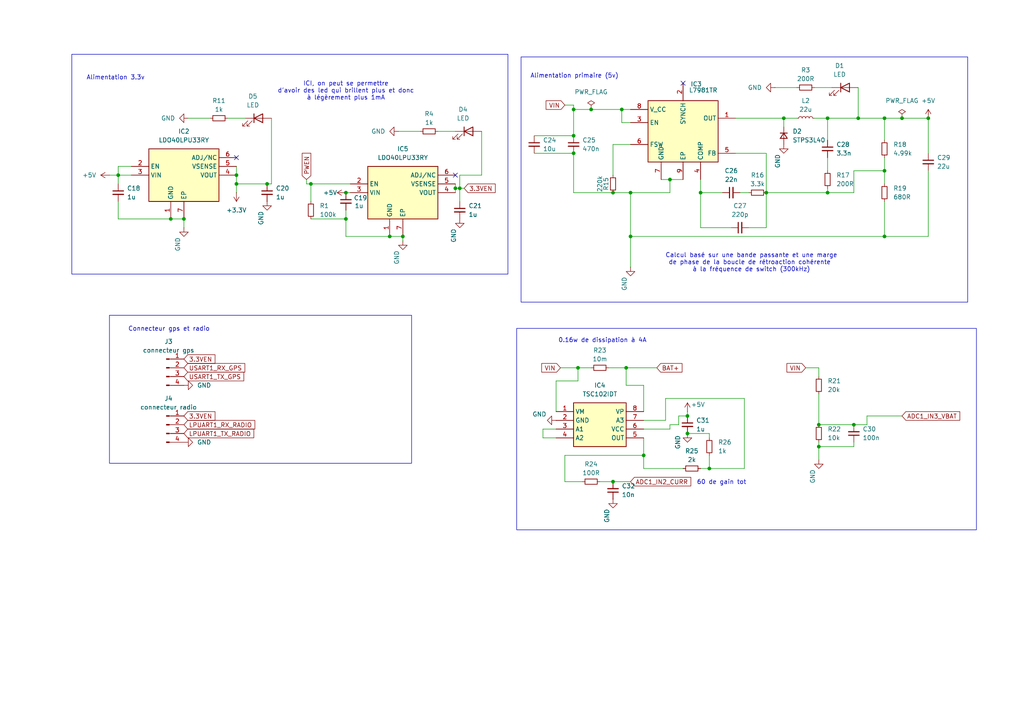
<source format=kicad_sch>
(kicad_sch (version 20231120) (generator "eeschema") (generator_version "8.0")
  (paper "A4")
  (lib_symbols
    (symbol "Connector:Conn_01x04_Pin" (pin_names (offset 1.016) hide)
      (property "Reference" "J" (at 0 5.08 0))
      (property "Value" "Conn_01x04_Pin" (at 0 -7.62 0))
      (symbol "Conn_01x04_Pin_1_1"
        (polyline (pts (xy 1.27 -5.08) (xy 0.8636 -5.08)) (stroke (width 0.1524)))
        (polyline (pts (xy 1.27 -2.54) (xy 0.8636 -2.54)) (stroke (width 0.1524)))
        (polyline (pts (xy 1.27 0) (xy 0.8636 0)) (stroke (width 0.1524)))
        (polyline (pts (xy 1.27 2.54) (xy 0.8636 2.54)) (stroke (width 0.1524)))
        (rectangle (start 0.8636 -4.953) (end 0 -5.207) (stroke (width 0.1524)) (fill (type outline)))
        (rectangle (start 0.8636 -2.413) (end 0 -2.667) (stroke (width 0.1524)) (fill (type outline)))
        (rectangle (start 0.8636 0.127) (end 0 -0.127) (stroke (width 0.1524)) (fill (type outline)))
        (rectangle (start 0.8636 2.667) (end 0 2.413) (stroke (width 0.1524)) (fill (type outline)))
        (pin passive line (at 5.08 2.54 180) (length 3.81) (name "Pin_1") (number "1"))
        (pin passive line (at 5.08 0 180) (length 3.81) (name "Pin_2") (number "2"))
        (pin passive line (at 5.08 -2.54 180) (length 3.81) (name "Pin_3") (number "3"))
        (pin passive line (at 5.08 -5.08 180) (length 3.81) (name "Pin_4") (number "4"))
      )
    )
    (symbol "Device:C_Small" (pin_numbers hide) (pin_names (offset 0.254) hide)
      (property "Reference" "C" (at 0.254 1.778 0))
      (property "Value" "C_Small" (at 0.254 -2.032 0))
      (symbol "C_Small_0_1"
        (polyline (pts (xy -1.524 -0.508) (xy 1.524 -0.508)) (stroke (width 0.3302)))
        (polyline (pts (xy -1.524 0.508) (xy 1.524 0.508)) (stroke (width 0.3048)))
      )
      (symbol "C_Small_1_1"
        (pin passive line (at 0 2.54 270) (length 2.032) (name "~") (number "1"))
        (pin passive line (at 0 -2.54 90) (length 2.032) (name "~") (number "2"))
      )
    )
    (symbol "Device:D_Small" (pin_numbers hide) (pin_names (offset 0.254) hide)
      (property "Reference" "D" (at -1.27 2.032 0))
      (property "Value" "D_Small" (at -3.81 -2.032 0))
      (symbol "D_Small_0_1"
        (polyline (pts (xy -0.762 -1.016) (xy -0.762 1.016)) (stroke (width 0.254)))
        (polyline (pts (xy -0.762 0) (xy 0.762 0)))
        (polyline (pts (xy 0.762 -1.016) (xy -0.762 0) (xy 0.762 1.016) (xy 0.762 -1.016)) (stroke (width 0.254)))
      )
      (symbol "D_Small_1_1"
        (pin passive line (at -2.54 0 0) (length 1.778) (name "K") (number "1"))
        (pin passive line (at 2.54 0 180) (length 1.778) (name "A") (number "2"))
      )
    )
    (symbol "Device:LED" (pin_numbers hide) (pin_names (offset 1.016) hide)
      (property "Reference" "D" (at 0 2.54 0))
      (property "Value" "LED" (at 0 -2.54 0))
      (symbol "LED_0_1"
        (polyline (pts (xy -1.27 -1.27) (xy -1.27 1.27)) (stroke (width 0.254)))
        (polyline (pts (xy -1.27 0) (xy 1.27 0)))
        (polyline (pts (xy 1.27 -1.27) (xy 1.27 1.27) (xy -1.27 0) (xy 1.27 -1.27)) (stroke (width 0.254)))
        (polyline (pts (xy -3.048 -0.762) (xy -4.572 -2.286) (xy -3.81 -2.286) (xy -4.572 -2.286) (xy -4.572 -1.524)))
        (polyline (pts (xy -1.778 -0.762) (xy -3.302 -2.286) (xy -2.54 -2.286) (xy -3.302 -2.286) (xy -3.302 -1.524)))
      )
      (symbol "LED_1_1"
        (pin passive line (at -3.81 0 0) (length 2.54) (name "K") (number "1"))
        (pin passive line (at 3.81 0 180) (length 2.54) (name "A") (number "2"))
      )
    )
    (symbol "Device:L_Small" (pin_numbers hide) (pin_names (offset 0.254) hide)
      (property "Reference" "L" (at 0.762 1.016 0))
      (property "Value" "L_Small" (at 0.762 -1.016 0))
      (symbol "L_Small_0_1"
        (arc (start 0 -2.032) (mid 0.5058 -1.524) (end 0 -1.016))
        (arc (start 0 -1.016) (mid 0.5058 -0.508) (end 0 0))
        (arc (start 0 0) (mid 0.5058 0.508) (end 0 1.016))
        (arc (start 0 1.016) (mid 0.5058 1.524) (end 0 2.032))
      )
      (symbol "L_Small_1_1"
        (pin passive line (at 0 2.54 270) (length 0.508) (name "~") (number "1"))
        (pin passive line (at 0 -2.54 90) (length 0.508) (name "~") (number "2"))
      )
    )
    (symbol "Device:R_Small" (pin_numbers hide) (pin_names (offset 0.254) hide)
      (property "Reference" "R" (at 0.762 0.508 0))
      (property "Value" "R_Small" (at 0.762 -1.016 0))
      (symbol "R_Small_0_1"
        (rectangle (start -0.762 1.778) (end 0.762 -1.778) (stroke (width 0.2032)))
      )
      (symbol "R_Small_1_1"
        (pin passive line (at 0 2.54 270) (length 0.762) (name "~") (number "1"))
        (pin passive line (at 0 -2.54 90) (length 0.762) (name "~") (number "2"))
      )
    )
    (symbol "L7981TR_1"
      (property "Reference" "IC" (at 26.67 7.62 0))
      (property "Value" "L7981TR" (at 26.67 5.08 0))
      (symbol "L7981TR_1_1_1"
        (rectangle (start 5.08 2.54) (end 25.4 -15.24) (stroke (width 0.254)) (fill (type background)))
        (pin passive line (at 30.48 -2.54 180) (length 5.08) (name "OUT") (number "1"))
        (pin passive line (at 15.24 7.62 270) (length 5.08) (name "SYNCH") (number "2"))
        (pin passive line (at 0 -3.81 0) (length 5.08) (name "EN") (number "3"))
        (pin passive line (at 20.32 -20.32 90) (length 5.08) (name "COMP") (number "4"))
        (pin passive line (at 30.48 -12.7 180) (length 5.08) (name "FB") (number "5"))
        (pin passive line (at 0 -10.16 0) (length 5.08) (name "FSW") (number "6"))
        (pin passive line (at 8.89 -20.32 90) (length 5.08) (name "GND") (number "7"))
        (pin passive line (at 0 0 0) (length 5.08) (name "V_CC") (number "8"))
        (pin passive line (at 15.24 -20.32 90) (length 5.08) (name "EP") (number "9"))
      )
    )
    (symbol "LD040PURY:LDO40LPU33RY"
      (property "Reference" "IC5" (at 15.24 7.62 0))
      (property "Value" "LDO40LPU33RY" (at 15.24 5.08 0))
      (symbol "LDO40LPU33RY_1_1"
        (rectangle (start 5.08 2.54) (end 25.4 -12.7) (stroke (width 0.254)) (fill (type background)))
        (pin passive line (at 11.43 -17.78 90) (length 5.08) (name "GND") (number "1"))
        (pin passive line (at 0 -2.54 0) (length 5.08) (name "EN") (number "2"))
        (pin passive line (at 0 -5.08 0) (length 5.08) (name "VIN") (number "3"))
        (pin passive line (at 30.48 -5.08 180) (length 5.08) (name "VOUT") (number "4"))
        (pin passive line (at 30.48 -2.54 180) (length 5.08) (name "VSENSE") (number "5"))
        (pin passive line (at 30.48 0 180) (length 5.08) (name "ADJ/NC") (number "6"))
        (pin passive line (at 15.24 -17.78 90) (length 5.08) (name "EP") (number "7"))
      )
    )
    (symbol "LDO40LPU33RY_1"
      (property "Reference" "IC2" (at 15.24 7.62 0))
      (property "Value" "LDO40LPU33RY" (at 15.24 5.08 0))
      (symbol "LDO40LPU33RY_1_1_1"
        (rectangle (start 5.08 2.54) (end 25.4 -12.7) (stroke (width 0.254)) (fill (type background)))
        (pin passive line (at 11.43 -17.78 90) (length 5.08) (name "GND") (number "1"))
        (pin passive line (at 0 -2.54 0) (length 5.08) (name "EN") (number "2"))
        (pin passive line (at 0 -5.08 0) (length 5.08) (name "VIN") (number "3"))
        (pin passive line (at 30.48 -5.08 180) (length 5.08) (name "VOUT") (number "4"))
        (pin passive line (at 30.48 -2.54 180) (length 5.08) (name "VSENSE") (number "5"))
        (pin passive line (at 30.48 0 180) (length 5.08) (name "ADJ/NC") (number "6"))
        (pin passive line (at 15.24 -17.78 90) (length 5.08) (name "EP") (number "7"))
      )
    )
    (symbol "power:+3.3V" (power) (pin_numbers hide) (pin_names (offset 0) hide)
      (property "Value" "+3.3V" (at 0 3.556 0))
      (symbol "+3.3V_0_1"
        (polyline (pts (xy -0.762 1.27) (xy 0 2.54)))
        (polyline (pts (xy 0 0) (xy 0 2.54)))
        (polyline (pts (xy 0 2.54) (xy 0.762 1.27)))
      )
      (symbol "+3.3V_1_1"
        (pin power_in line (at 0 0 90) (length 0) (name "~") (number "1"))
      )
    )
    (symbol "power:+5V" (power) (pin_numbers hide) (pin_names (offset 0) hide)
      (property "Value" "+5V" (at 0 3.556 0))
      (symbol "+5V_0_1"
        (polyline (pts (xy -0.762 1.27) (xy 0 2.54)))
        (polyline (pts (xy 0 0) (xy 0 2.54)))
        (polyline (pts (xy 0 2.54) (xy 0.762 1.27)))
      )
      (symbol "+5V_1_1"
        (pin power_in line (at 0 0 90) (length 0) (name "~") (number "1"))
      )
    )
    (symbol "power:GND" (power) (pin_numbers hide) (pin_names (offset 0) hide)
      (property "Value" "GND" (at 0 -3.81 0))
      (symbol "GND_0_1"
        (polyline (pts (xy 0 0) (xy 0 -1.27) (xy 1.27 -1.27) (xy 0 -2.54) (xy -1.27 -1.27) (xy 0 -1.27)))
      )
      (symbol "GND_1_1"
        (pin power_in line (at 0 0 270) (length 0) (name "~") (number "1"))
      )
    )
    (symbol "power:PWR_FLAG" (power) (pin_numbers hide) (pin_names (offset 0) hide)
      (property "Value" "PWR_FLAG" (at 0 3.81 0))
      (symbol "PWR_FLAG_0_0"
        (pin power_out line (at 0 0 90) (length 0) (name "~") (number "1"))
      )
      (symbol "PWR_FLAG_0_1"
        (polyline (pts (xy 0 0) (xy 0 1.27) (xy -1.016 1.905) (xy 0 2.54) (xy 1.016 1.905) (xy 0 1.27)))
      )
    )
    (symbol "tsc102:TSC102IDT"
      (property "Reference" "IC" (at 21.59 7.62 0))
      (property "Value" "TSC102IDT" (at 21.59 5.08 0))
      (symbol "TSC102IDT_1_1"
        (rectangle (start 5.08 2.54) (end 20.32 -10.16) (stroke (width 0.254)) (fill (type background)))
        (pin passive line (at 0 0 0) (length 5.08) (name "VM") (number "1"))
        (pin passive line (at 0 -2.54 0) (length 5.08) (name "GND") (number "2"))
        (pin passive line (at 0 -5.08 0) (length 5.08) (name "A1") (number "3"))
        (pin passive line (at 0 -7.62 0) (length 5.08) (name "A2") (number "4"))
        (pin passive line (at 25.4 -7.62 180) (length 5.08) (name "OUT") (number "5"))
        (pin passive line (at 25.4 -5.08 180) (length 5.08) (name "VCC") (number "6"))
        (pin passive line (at 25.4 -2.54 180) (length 5.08) (name "A3") (number "7"))
        (pin passive line (at 25.4 0 180) (length 5.08) (name "VP") (number "8"))
      )
    )
  )
  (junction (at 68.58 53.34))
  (junction (at 171.45 31.75))
  (junction (at 77.47 53.34))
  (junction (at 166.37 39.37))
  (junction (at 240.03 55.88))
  (junction (at 180.34 31.75))
  (junction (at 181.61 106.68))
  (junction (at 222.25 55.88))
  (junction (at 205.74 135.89))
  (junction (at 166.37 31.75))
  (junction (at 90.17 53.34))
  (junction (at 199.39 125.73))
  (junction (at 237.49 123.19))
  (junction (at 100.33 55.88))
  (junction (at 194.31 52.07))
  (junction (at 34.29 50.8))
  (junction (at 248.92 34.29))
  (junction (at 166.37 44.45))
  (junction (at 256.54 49.53))
  (junction (at 100.33 63.5))
  (junction (at 240.03 34.29))
  (junction (at 182.88 68.58))
  (junction (at 182.88 55.88))
  (junction (at 132.08 54.61))
  (junction (at 49.53 63.5))
  (junction (at 269.24 34.29))
  (junction (at 133.35 54.61))
  (junction (at 177.8 139.7))
  (junction (at 227.33 34.29))
  (junction (at 177.8 55.88))
  (junction (at 256.54 34.29))
  (junction (at 186.69 132.08))
  (junction (at 256.54 68.58))
  (junction (at 199.39 120.65))
  (junction (at 237.49 129.54))
  (junction (at 116.84 68.58))
  (junction (at 53.34 63.5))
  (junction (at 247.65 123.19))
  (junction (at 113.03 68.58))
  (junction (at 261.62 34.29))
  (junction (at 203.2 55.88))
  (junction (at 68.58 50.8))
  (junction (at 167.64 106.68))
  (no_connect (at 68.58 45.72))
  (no_connect (at 132.08 50.8))
  (no_connect (at 198.12 24.13))
  (wire (pts (xy 247.65 55.88) (xy 247.65 49.53)))
  (wire (pts (xy 133.35 54.61) (xy 134.62 54.61)))
  (wire (pts (xy 237.49 106.68) (xy 233.68 106.68)))
  (wire (pts (xy 177.8 41.91) (xy 177.8 50.8)))
  (wire (pts (xy 251.46 120.65) (xy 251.46 123.19)))
  (wire (pts (xy 247.65 49.53) (xy 256.54 49.53)))
  (wire (pts (xy 240.03 34.29) (xy 240.03 40.64)))
  (wire (pts (xy 236.22 25.4) (xy 241.3 25.4)))
  (wire (pts (xy 132.08 54.61) (xy 133.35 54.61)))
  (wire (pts (xy 191.77 52.07) (xy 194.31 52.07)))
  (wire (pts (xy 163.83 132.08) (xy 163.83 139.7)))
  (wire (pts (xy 237.49 128.27) (xy 237.49 129.54)))
  (wire (pts (xy 34.29 50.8) (xy 38.1 50.8)))
  (wire (pts (xy 182.88 35.56) (xy 180.34 35.56)))
  (wire (pts (xy 166.37 30.48) (xy 163.83 30.48)))
  (wire (pts (xy 31.75 50.8) (xy 34.29 50.8)))
  (wire (pts (xy 186.69 119.38) (xy 186.69 111.76)))
  (wire (pts (xy 237.49 109.22) (xy 237.49 106.68)))
  (wire (pts (xy 222.25 44.45) (xy 222.25 55.88)))
  (wire (pts (xy 215.9 115.57) (xy 215.9 135.89)))
  (wire (pts (xy 248.92 34.29) (xy 240.03 34.29)))
  (wire (pts (xy 182.88 41.91) (xy 177.8 41.91)))
  (wire (pts (xy 133.35 54.61) (xy 133.35 58.42)))
  (wire (pts (xy 181.61 111.76) (xy 181.61 106.68)))
  (wire (pts (xy 261.62 34.29) (xy 256.54 34.29)))
  (wire (pts (xy 180.34 31.75) (xy 171.45 31.75)))
  (wire (pts (xy 198.12 135.89) (xy 186.69 135.89)))
  (wire (pts (xy 222.25 55.88) (xy 240.03 55.88)))
  (wire (pts (xy 186.69 135.89) (xy 186.69 132.08)))
  (wire (pts (xy 182.88 77.47) (xy 182.88 68.58)))
  (wire (pts (xy 177.8 139.7) (xy 182.88 139.7)))
  (wire (pts (xy 139.7 38.1) (xy 139.7 50.8)))
  (wire (pts (xy 54.61 34.29) (xy 60.96 34.29)))
  (wire (pts (xy 100.33 60.96) (xy 100.33 63.5)))
  (wire (pts (xy 194.31 52.07) (xy 198.12 52.07)))
  (wire (pts (xy 194.31 55.88) (xy 194.31 52.07)))
  (wire (pts (xy 203.2 55.88) (xy 209.55 55.88)))
  (wire (pts (xy 139.7 50.8) (xy 133.35 50.8)))
  (wire (pts (xy 269.24 34.29) (xy 261.62 34.29)))
  (wire (pts (xy 157.48 124.46) (xy 157.48 127)))
  (wire (pts (xy 167.64 110.49) (xy 167.64 106.68)))
  (wire (pts (xy 68.58 48.26) (xy 68.58 50.8)))
  (wire (pts (xy 213.36 44.45) (xy 222.25 44.45)))
  (wire (pts (xy 53.34 66.04) (xy 53.34 63.5)))
  (wire (pts (xy 196.85 123.19) (xy 196.85 120.65)))
  (wire (pts (xy 154.94 39.37) (xy 166.37 39.37)))
  (wire (pts (xy 161.29 124.46) (xy 157.48 124.46)))
  (wire (pts (xy 237.49 129.54) (xy 237.49 133.35)))
  (wire (pts (xy 256.54 58.42) (xy 256.54 68.58)))
  (wire (pts (xy 203.2 66.04) (xy 203.2 55.88)))
  (wire (pts (xy 182.88 68.58) (xy 182.88 55.88)))
  (wire (pts (xy 256.54 68.58) (xy 269.24 68.58)))
  (wire (pts (xy 227.33 34.29) (xy 227.33 36.83)))
  (wire (pts (xy 167.64 106.68) (xy 171.45 106.68)))
  (wire (pts (xy 100.33 68.58) (xy 113.03 68.58)))
  (wire (pts (xy 68.58 53.34) (xy 68.58 55.88)))
  (wire (pts (xy 34.29 58.42) (xy 34.29 63.5)))
  (wire (pts (xy 133.35 50.8) (xy 133.35 54.61)))
  (wire (pts (xy 186.69 124.46) (xy 194.31 124.46)))
  (wire (pts (xy 240.03 55.88) (xy 240.03 54.61)))
  (wire (pts (xy 196.85 120.65) (xy 199.39 120.65)))
  (wire (pts (xy 100.33 55.88) (xy 101.6 55.88)))
  (wire (pts (xy 166.37 31.75) (xy 166.37 39.37)))
  (wire (pts (xy 247.65 128.27) (xy 247.65 129.54)))
  (wire (pts (xy 237.49 114.3) (xy 237.49 123.19)))
  (wire (pts (xy 205.74 132.08) (xy 205.74 135.89)))
  (wire (pts (xy 113.03 68.58) (xy 116.84 68.58)))
  (wire (pts (xy 116.84 69.85) (xy 116.84 68.58)))
  (wire (pts (xy 212.09 66.04) (xy 203.2 66.04)))
  (wire (pts (xy 171.45 31.75) (xy 166.37 31.75)))
  (wire (pts (xy 256.54 68.58) (xy 182.88 68.58)))
  (wire (pts (xy 182.88 55.88) (xy 194.31 55.88)))
  (wire (pts (xy 166.37 30.48) (xy 166.37 31.75)))
  (wire (pts (xy 240.03 55.88) (xy 247.65 55.88)))
  (wire (pts (xy 199.39 119.38) (xy 199.39 120.65)))
  (wire (pts (xy 193.04 115.57) (xy 215.9 115.57)))
  (wire (pts (xy 68.58 50.8) (xy 68.58 53.34)))
  (wire (pts (xy 90.17 53.34) (xy 101.6 53.34)))
  (wire (pts (xy 132.08 53.34) (xy 132.08 54.61)))
  (wire (pts (xy 203.2 55.88) (xy 203.2 52.07)))
  (wire (pts (xy 157.48 127) (xy 161.29 127)))
  (wire (pts (xy 49.53 63.5) (xy 53.34 63.5)))
  (wire (pts (xy 182.88 31.75) (xy 180.34 31.75)))
  (wire (pts (xy 199.39 125.73) (xy 205.74 125.73)))
  (wire (pts (xy 88.9 52.07) (xy 88.9 53.34)))
  (wire (pts (xy 181.61 106.68) (xy 190.5 106.68)))
  (wire (pts (xy 90.17 53.34) (xy 90.17 58.42)))
  (wire (pts (xy 115.57 38.1) (xy 121.92 38.1)))
  (wire (pts (xy 127 38.1) (xy 132.08 38.1)))
  (wire (pts (xy 78.74 34.29) (xy 78.74 53.34)))
  (wire (pts (xy 173.99 139.7) (xy 177.8 139.7)))
  (wire (pts (xy 34.29 63.5) (xy 49.53 63.5)))
  (wire (pts (xy 256.54 49.53) (xy 256.54 53.34)))
  (wire (pts (xy 256.54 45.72) (xy 256.54 49.53)))
  (wire (pts (xy 186.69 121.92) (xy 193.04 121.92)))
  (wire (pts (xy 161.29 119.38) (xy 161.29 110.49)))
  (wire (pts (xy 186.69 111.76) (xy 181.61 111.76)))
  (wire (pts (xy 215.9 135.89) (xy 205.74 135.89)))
  (wire (pts (xy 269.24 68.58) (xy 269.24 49.53)))
  (wire (pts (xy 240.03 45.72) (xy 240.03 49.53)))
  (wire (pts (xy 194.31 123.19) (xy 196.85 123.19)))
  (wire (pts (xy 247.65 129.54) (xy 237.49 129.54)))
  (wire (pts (xy 261.62 120.65) (xy 251.46 120.65)))
  (wire (pts (xy 88.9 53.34) (xy 90.17 53.34)))
  (wire (pts (xy 68.58 53.34) (xy 77.47 53.34)))
  (wire (pts (xy 237.49 123.19) (xy 247.65 123.19)))
  (wire (pts (xy 193.04 121.92) (xy 193.04 115.57)))
  (wire (pts (xy 227.33 34.29) (xy 231.14 34.29)))
  (wire (pts (xy 34.29 50.8) (xy 34.29 53.34)))
  (wire (pts (xy 132.08 54.61) (xy 132.08 55.88)))
  (wire (pts (xy 34.29 48.26) (xy 34.29 50.8)))
  (wire (pts (xy 205.74 135.89) (xy 203.2 135.89)))
  (wire (pts (xy 194.31 124.46) (xy 194.31 123.19)))
  (wire (pts (xy 251.46 123.19) (xy 247.65 123.19)))
  (wire (pts (xy 180.34 35.56) (xy 180.34 31.75)))
  (wire (pts (xy 162.56 106.68) (xy 167.64 106.68)))
  (wire (pts (xy 154.94 44.45) (xy 166.37 44.45)))
  (wire (pts (xy 166.37 55.88) (xy 177.8 55.88)))
  (wire (pts (xy 213.36 34.29) (xy 227.33 34.29)))
  (wire (pts (xy 100.33 63.5) (xy 100.33 68.58)))
  (wire (pts (xy 166.37 44.45) (xy 166.37 55.88)))
  (wire (pts (xy 214.63 55.88) (xy 217.17 55.88)))
  (wire (pts (xy 78.74 53.34) (xy 77.47 53.34)))
  (wire (pts (xy 205.74 127) (xy 205.74 125.73)))
  (wire (pts (xy 163.83 139.7) (xy 168.91 139.7)))
  (wire (pts (xy 236.22 34.29) (xy 240.03 34.29)))
  (wire (pts (xy 248.92 25.4) (xy 248.92 34.29)))
  (wire (pts (xy 38.1 48.26) (xy 34.29 48.26)))
  (wire (pts (xy 256.54 34.29) (xy 248.92 34.29)))
  (wire (pts (xy 176.53 106.68) (xy 181.61 106.68)))
  (wire (pts (xy 66.04 34.29) (xy 71.12 34.29)))
  (wire (pts (xy 177.8 55.88) (xy 182.88 55.88)))
  (wire (pts (xy 186.69 132.08) (xy 163.83 132.08)))
  (wire (pts (xy 90.17 63.5) (xy 100.33 63.5)))
  (wire (pts (xy 222.25 66.04) (xy 217.17 66.04)))
  (wire (pts (xy 224.79 25.4) (xy 231.14 25.4)))
  (wire (pts (xy 161.29 110.49) (xy 167.64 110.49)))
  (wire (pts (xy 269.24 44.45) (xy 269.24 34.29)))
  (wire (pts (xy 222.25 55.88) (xy 222.25 66.04)))
  (wire (pts (xy 256.54 40.64) (xy 256.54 34.29)))
  (wire (pts (xy 186.69 127) (xy 186.69 132.08)))
  (rectangle (start 151.13 16.51) (end 280.67 87.63))
  (rectangle (start 20.828 15.748) (end 147.32 79.502))
  (rectangle (start 149.86 95.25) (end 283.21 153.67))
  (rectangle (start 31.75 91.44) (end 119.38 134.366))
  (text "Alimentation primaire (5v)" (at 166.624 22.098 0) (effects (font (size 1.27 1.27))))
  (text "Alimentation 3.3v" (at 33.528 22.606 0) (effects (font (size 1.27 1.27))))
  (text "60 de gain tot" (at 209.296 139.954 0) (effects (font (size 1.27 1.27))))
  (text "0.16w de dissipation à 4A" (at 174.752 98.806 0) (effects (font (size 1.27 1.27))))
  (text "Connecteur gps et radio" (at 49.022 95.504 0) (effects (font (size 1.27 1.27))))
  (text "ICI, on peut se permettre\nd'avoir des led qui brillent plus et donc\nà légèrement plus 1mA" (at 100.33 26.416 0) (effects (font (size 1.27 1.27))))
  (text "Calcul basé sur une bande passante et une marge\nde phase de la boucle de rétroaction cohérente \nà la fréquence de switch (300kHz)" (at 217.932 76.2 0) (effects (font (size 1.27 1.27))))
  (global_label "LPUART1_RX_RADIO" (shape input) (at 53.34 123.19 0) (property "Intersheetrefs" "${INTERSHEET_REFS}" (effects (hide yes))))
  (global_label "3.3VEN" (shape input) (at 53.34 120.65 0) (property "Intersheetrefs" "${INTERSHEET_REFS}" (effects (hide yes))))
  (global_label "VIN" (shape input) (at 233.68 106.68 180) (property "Intersheetrefs" "${INTERSHEET_REFS}" (effects (hide yes))))
  (global_label "USART1_TX_GPS" (shape input) (at 53.34 109.22 0) (property "Intersheetrefs" "${INTERSHEET_REFS}" (effects (hide yes))))
  (global_label "3.3VEN" (shape input) (at 134.62 54.61 0) (property "Intersheetrefs" "${INTERSHEET_REFS}" (effects (hide yes))))
  (global_label "ADC1_IN2_CURR" (shape input) (at 182.88 139.7 0) (property "Intersheetrefs" "${INTERSHEET_REFS}" (effects (hide yes))))
  (global_label "USART1_RX_GPS" (shape input) (at 53.34 106.68 0) (property "Intersheetrefs" "${INTERSHEET_REFS}" (effects (hide yes))))
  (global_label "ADC1_IN3_VBAT" (shape input) (at 261.62 120.65 0) (property "Intersheetrefs" "${INTERSHEET_REFS}" (effects (hide yes))))
  (global_label "VIN" (shape input) (at 163.83 30.48 180) (property "Intersheetrefs" "${INTERSHEET_REFS}" (effects (hide yes))))
  (global_label "VIN" (shape input) (at 162.56 106.68 180) (property "Intersheetrefs" "${INTERSHEET_REFS}" (effects (hide yes))))
  (global_label "3.3VEN" (shape input) (at 53.34 104.14 0) (property "Intersheetrefs" "${INTERSHEET_REFS}" (effects (hide yes))))
  (global_label "PWEN" (shape input) (at 88.9 52.07 90) (property "Intersheetrefs" "${INTERSHEET_REFS}" (effects (hide yes))))
  (global_label "LPUART1_TX_RADIO" (shape input) (at 53.34 125.73 0) (property "Intersheetrefs" "${INTERSHEET_REFS}" (effects (hide yes))))
  (global_label "BAT+" (shape input) (at 190.5 106.68 0) (property "Intersheetrefs" "${INTERSHEET_REFS}" (effects (hide yes))))
  (symbol (lib_id "Device:D_Small") (at 227.33 39.37 270) (unit 1)
    (property "Reference" "D2" (at 229.87 38.0999 90) (effects (justify left)))
    (property "Value" "STPS3L40" (at 229.87 40.6399 90) (effects (justify left)))
    (property "Footprint" "Diode_SMD:D_SMB_Handsoldering" (effects (hide yes)))
    (property "Description" "Diode, small symbol" (effects (hide yes)))
    (property "Sim.Device" "D" (effects (hide yes)))
    (property "Sim.Pins" "1=K 2=A" (effects (hide yes)))
  )
  (symbol (lib_id "power:GND") (at 224.79 25.4 270) (unit 1)
    (property "Reference" "#PWR04" (effects (hide yes)))
    (property "Value" "GND" (at 220.98 25.3999 90) (effects (justify right)))
    (property "Description" "Power symbol creates a global label with name \"GND\" , ground" (effects (hide yes)))
  )
  (symbol (lib_id "power:GND") (at 237.49 133.35 0) (unit 1)
    (property "Reference" "#PWR039" (effects (hide yes)))
    (property "Value" "GND" (at 235.712 136.144 90) (effects (justify right)))
    (property "Description" "Power symbol creates a global label with name \"GND\" , ground" (effects (hide yes)))
  )
  (symbol (lib_id "Device:C_Small") (at 133.35 60.96 0) (unit 1)
    (property "Reference" "C21" (at 135.89 59.6962 0) (effects (justify left)))
    (property "Value" "1u" (at 135.89 62.2362 0) (effects (justify left)))
    (property "Footprint" "Capacitor_SMD:C_0402_1005Metric_Pad0.74x0.62mm_HandSolder" (effects (hide yes)))
    (property "Description" "Unpolarized capacitor, small symbol" (effects (hide yes)))
  )
  (symbol (lib_id "Device:R_Small") (at 240.03 52.07 0) (unit 1)
    (property "Reference" "R17" (at 242.57 50.7999 0) (effects (justify left)))
    (property "Value" "200R" (at 242.57 53.3399 0) (effects (justify left)))
    (property "Footprint" "Resistor_SMD:R_0402_1005Metric_Pad0.72x0.64mm_HandSolder" (effects (hide yes)))
    (property "Description" "Resistor, small symbol" (effects (hide yes)))
  )
  (symbol (lib_id "power:+5V") (at 269.24 34.29 0) (unit 1)
    (property "Reference" "#PWR029" (effects (hide yes)))
    (property "Value" "+5V" (at 269.24 29.21 0))
    (property "Description" "Power symbol creates a global label with name \"+5V\"" (effects (hide yes)))
  )
  (symbol (lib_id "power:GND") (at 53.34 111.76 90) (unit 1)
    (property "Reference" "#PWR049" (effects (hide yes)))
    (property "Value" "GND" (at 57.15 111.7599 90) (effects (justify right)))
    (property "Description" "Power symbol creates a global label with name \"GND\" , ground" (effects (hide yes)))
  )
  (symbol (lib_id "Device:LED") (at 135.89 38.1 0) (unit 1)
    (property "Reference" "D4" (at 134.3025 31.75 0))
    (property "Value" "LED" (at 134.3025 34.29 0))
    (property "Footprint" "LED_SMD:LED_0603_1608Metric_Pad1.05x0.95mm_HandSolder" (effects (hide yes)))
    (property "Description" "Light emitting diode" (effects (hide yes)))
  )
  (symbol (lib_id "power:GND") (at 53.34 66.04 0) (unit 1)
    (property "Reference" "#PWR045" (effects (hide yes)))
    (property "Value" "GND" (at 51.562 68.834 90) (effects (justify right)))
    (property "Description" "Power symbol creates a global label with name \"GND\" , ground" (effects (hide yes)))
  )
  (symbol (lib_id "Device:LED") (at 245.11 25.4 0) (unit 1)
    (property "Reference" "D1" (at 243.5225 19.05 0))
    (property "Value" "LED" (at 243.5225 21.59 0))
    (property "Footprint" "LED_SMD:LED_0603_1608Metric_Pad1.05x0.95mm_HandSolder" (effects (hide yes)))
    (property "Description" "Light emitting diode" (effects (hide yes)))
  )
  (symbol (lib_id "power:GND") (at 182.88 77.47 0) (unit 1)
    (property "Reference" "#PWR025" (effects (hide yes)))
    (property "Value" "GND" (at 181.102 80.264 90) (effects (justify right)))
    (property "Description" "Power symbol creates a global label with name \"GND\" , ground" (effects (hide yes)))
  )
  (symbol (lib_id "Device:R_Small") (at 256.54 43.18 0) (unit 1)
    (property "Reference" "R18" (at 259.08 41.9099 0) (effects (justify left)))
    (property "Value" "4.99k" (at 259.08 44.4499 0) (effects (justify left)))
    (property "Footprint" "Resistor_SMD:R_0402_1005Metric_Pad0.72x0.64mm_HandSolder" (effects (hide yes)))
    (property "Description" "Resistor, small symbol" (effects (hide yes)))
  )
  (symbol (lib_id "Device:R_Small") (at 124.46 38.1 90) (unit 1)
    (property "Reference" "R4" (at 124.46 33.02 90))
    (property "Value" "1k" (at 124.46 35.56 90))
    (property "Footprint" "Resistor_SMD:R_0402_1005Metric_Pad0.72x0.64mm_HandSolder" (effects (hide yes)))
    (property "Description" "Resistor, small symbol" (effects (hide yes)))
  )
  (symbol (lib_id "power:PWR_FLAG") (at 261.62 34.29 0) (unit 1)
    (property "Reference" "#FLG05" (effects (hide yes)))
    (property "Value" "PWR_FLAG" (at 261.62 29.21 0))
    (property "Description" "Special symbol for telling ERC where power comes from" (effects (hide yes)))
  )
  (symbol (lib_id "Device:R_Small") (at 90.17 60.96 0) (unit 1)
    (property "Reference" "R1" (at 92.71 59.6899 0) (effects (justify left)))
    (property "Value" "100k" (at 92.71 62.2299 0) (effects (justify left)))
    (property "Footprint" "Resistor_SMD:R_0402_1005Metric_Pad0.72x0.64mm_HandSolder" (effects (hide yes)))
    (property "Description" "Resistor, small symbol" (effects (hide yes)))
  )
  (symbol (lib_name "L7981TR_1") (lib_id "L7981TR:L7981TR") (at 182.88 31.75 0) (unit 1)
    (property "Reference" "IC3" (at 201.93 24.384 0))
    (property "Value" "L7981TR" (at 203.962 26.162 0))
    (property "Footprint" "L7981:SON50P300X300X100-9N-D" (effects (hide yes)))
    (property "Datasheet" "https://www.st.com/resource/en/datasheet/l7981.pdf" (effects (hide yes)))
    (property "Description" "Conv DC-DC 4.5V to 28V Synchronous Step Down Single-Out 0.6V to 28V 3A 8-Pin VFQFPN T/R" (effects (hide yes)))
    (property "Height" "1" (effects (hide yes)))
    (property "Manufacturer_Name" "STMicroelectronics" (effects (hide yes)))
    (property "Manufacturer_Part_Number" "L7981TR" (effects (hide yes)))
    (property "Mouser Part Number" "511-L7981TR" (effects (hide yes)))
    (property "Mouser Price/Stock" "https://www.mouser.co.uk/ProductDetail/STMicroelectronics/L7981TR?qs=G5few1MRhWqTaPtAUnDRAw%3D%3D" (effects (hide yes)))
    (property "Arrow Part Number" "L7981TR" (effects (hide yes)))
    (property "Arrow Price/Stock" "https://www.arrow.com/en/products/l7981tr/stmicroelectronics" (effects (hide yes)))
  )
  (symbol (lib_id "Device:R_Small") (at 200.66 135.89 270) (unit 1)
    (property "Reference" "R25" (at 200.66 130.81 90))
    (property "Value" "2k" (at 200.66 133.35 90))
    (property "Footprint" "Resistor_SMD:R_0402_1005Metric_Pad0.72x0.64mm_HandSolder" (effects (hide yes)))
    (property "Description" "Resistor, small symbol" (effects (hide yes)))
  )
  (symbol (lib_id "power:GND") (at 161.29 121.92 270) (unit 1)
    (property "Reference" "#PWR041" (effects (hide yes)))
    (property "Value" "GND" (at 158.496 120.142 90) (effects (justify right)))
    (property "Description" "Power symbol creates a global label with name \"GND\" , ground" (effects (hide yes)))
  )
  (symbol (lib_id "Device:C_Small") (at 77.47 55.88 0) (unit 1)
    (property "Reference" "C20" (at 80.01 54.6162 0) (effects (justify left)))
    (property "Value" "1u" (at 80.01 57.1562 0) (effects (justify left)))
    (property "Footprint" "Capacitor_SMD:C_0402_1005Metric_Pad0.74x0.62mm_HandSolder" (effects (hide yes)))
    (property "Description" "Unpolarized capacitor, small symbol" (effects (hide yes)))
  )
  (symbol (lib_id "Device:C_Small") (at 212.09 55.88 90) (unit 1)
    (property "Reference" "C26" (at 212.0963 49.53 90))
    (property "Value" "22n" (at 212.0963 52.07 90))
    (property "Footprint" "Capacitor_SMD:C_0402_1005Metric_Pad0.74x0.62mm_HandSolder" (effects (hide yes)))
    (property "Description" "Unpolarized capacitor, small symbol" (effects (hide yes)))
  )
  (symbol (lib_id "Connector:Conn_01x04_Pin") (at 48.26 123.19 0) (unit 1)
    (property "Reference" "J4" (at 48.895 115.57 0))
    (property "Value" "connecteur radio" (at 48.895 118.11 0))
    (property "Footprint" "Connector_JST:JST_SH_BM04B-SRSS-TB_1x04-1MP_P1.00mm_Vertical" (effects (hide yes)))
    (property "Description" "Generic connector, single row, 01x04, script generated" (effects (hide yes)))
  )
  (symbol (lib_id "Device:C_Small") (at 199.39 123.19 0) (unit 1)
    (property "Reference" "C31" (at 201.93 121.9262 0) (effects (justify left)))
    (property "Value" "1u" (at 201.93 124.4662 0) (effects (justify left)))
    (property "Footprint" "Capacitor_SMD:C_0402_1005Metric_Pad0.74x0.62mm_HandSolder" (effects (hide yes)))
    (property "Description" "Unpolarized capacitor, small symbol" (effects (hide yes)))
  )
  (symbol (lib_id "Device:C_Small") (at 166.37 41.91 0) (unit 1)
    (property "Reference" "C25" (at 168.91 40.6462 0) (effects (justify left)))
    (property "Value" "470n" (at 168.91 43.1862 0) (effects (justify left)))
    (property "Footprint" "Capacitor_SMD:C_0402_1005Metric_Pad0.74x0.62mm_HandSolder" (effects (hide yes)))
    (property "Description" "Unpolarized capacitor, small symbol" (effects (hide yes)))
  )
  (symbol (lib_id "Device:R_Small") (at 171.45 139.7 270) (unit 1)
    (property "Reference" "R24" (at 171.45 134.62 90))
    (property "Value" "100R" (at 171.45 137.16 90))
    (property "Footprint" "Resistor_SMD:R_0402_1005Metric_Pad0.72x0.64mm_HandSolder" (effects (hide yes)))
    (property "Description" "Resistor, small symbol" (effects (hide yes)))
  )
  (symbol (lib_id "Device:L_Small") (at 233.68 34.29 90) (unit 1)
    (property "Reference" "L2" (at 233.68 29.21 90))
    (property "Value" "22u" (at 233.68 31.75 90))
    (property "Footprint" "inductancewurth:INDPM7373X340N" (effects (hide yes)))
    (property "Description" "Inductor, small symbol" (effects (hide yes)))
  )
  (symbol (lib_id "Device:R_Small") (at 219.71 55.88 90) (unit 1)
    (property "Reference" "R16" (at 219.71 50.8 90))
    (property "Value" "3.3k" (at 219.71 53.34 90))
    (property "Footprint" "Resistor_SMD:R_0402_1005Metric_Pad0.72x0.64mm_HandSolder" (effects (hide yes)))
    (property "Description" "Resistor, small symbol" (effects (hide yes)))
  )
  (symbol (lib_id "power:GND") (at 227.33 41.91 0) (unit 1)
    (property "Reference" "#PWR028" (effects (hide yes)))
    (property "Value" "GND" (at 225.552 44.704 90) (effects (justify right)))
    (property "Description" "Power symbol creates a global label with name \"GND\" , ground" (effects (hide yes)))
  )
  (symbol (lib_id "Device:C_Small") (at 269.24 46.99 0) (unit 1)
    (property "Reference" "C29" (at 271.78 45.7262 0) (effects (justify left)))
    (property "Value" "22u" (at 271.78 48.2662 0) (effects (justify left)))
    (property "Footprint" "Capacitor_SMD:C_1210_3225Metric_Pad1.33x2.70mm_HandSolder" (effects (hide yes)))
    (property "Description" "Unpolarized capacitor, small symbol" (effects (hide yes)))
  )
  (symbol (lib_id "LD040PURY:LDO40LPU33RY") (at 101.6 50.8 0) (unit 1)
    (property "Reference" "IC5" (at 116.84 43.18 0))
    (property "Value" "LDO40LPU33RY" (at 116.84 45.72 0))
    (property "Footprint" "LDO40PURY:SON95P300X300X90-7N-D" (effects (hide yes)))
    (property "Datasheet" "https://www.st.com/resource/en/datasheet/ldo40l.pdf" (effects (hide yes)))
    (property "Description" "LDO Voltage Regulators POWER MANAGEMENT" (effects (hide yes)))
    (property "Height" "0.9" (effects (hide yes)))
    (property "Manufacturer_Name" "STMicroelectronics" (effects (hide yes)))
    (property "Manufacturer_Part_Number" "LDO40LPU33RY" (effects (hide yes)))
    (property "Mouser Part Number" "511-LDO40LPU33RY" (effects (hide yes)))
    (property "Mouser Price/Stock" "https://www.mouser.co.uk/ProductDetail/STMicroelectronics/LDO40LPU33RY?qs=qSfuJ%252Bfl%2Fd5qazWclm%2Ffpg%3D%3D" (effects (hide yes)))
    (property "Arrow Part Number" "LDO40LPU33RY" (effects (hide yes)))
    (property "Arrow Price/Stock" "https://www.arrow.com/en/products/ldo40lpu33ry/stmicroelectronics?utm_currency=USD&region=europe" (effects (hide yes)))
  )
  (symbol (lib_id "Device:C_Small") (at 34.29 55.88 0) (unit 1)
    (property "Reference" "C18" (at 36.83 54.6162 0) (effects (justify left)))
    (property "Value" "1u" (at 36.83 57.1562 0) (effects (justify left)))
    (property "Footprint" "Capacitor_SMD:C_0402_1005Metric_Pad0.74x0.62mm_HandSolder" (effects (hide yes)))
    (property "Description" "Unpolarized capacitor, small symbol" (effects (hide yes)))
  )
  (symbol (lib_id "power:GND") (at 177.8 144.78 0) (unit 1)
    (property "Reference" "#PWR044" (effects (hide yes)))
    (property "Value" "GND" (at 176.022 147.574 90) (effects (justify right)))
    (property "Description" "Power symbol creates a global label with name \"GND\" , ground" (effects (hide yes)))
  )
  (symbol (lib_id "Device:C_Small") (at 214.63 66.04 90) (unit 1)
    (property "Reference" "C27" (at 214.6363 59.69 90))
    (property "Value" "220p" (at 214.6363 62.23 90))
    (property "Footprint" "Capacitor_SMD:C_0402_1005Metric_Pad0.74x0.62mm_HandSolder" (effects (hide yes)))
    (property "Description" "Unpolarized capacitor, small symbol" (effects (hide yes)))
  )
  (symbol (lib_id "power:PWR_FLAG") (at 171.45 31.75 0) (unit 1)
    (property "Reference" "#FLG04" (effects (hide yes)))
    (property "Value" "PWR_FLAG" (at 171.45 26.67 0))
    (property "Description" "Special symbol for telling ERC where power comes from" (effects (hide yes)))
  )
  (symbol (lib_id "power:GND") (at 133.35 63.5 0) (unit 1)
    (property "Reference" "#PWR054" (effects (hide yes)))
    (property "Value" "GND" (at 131.572 66.294 90) (effects (justify right)))
    (property "Description" "Power symbol creates a global label with name \"GND\" , ground" (effects (hide yes)))
  )
  (symbol (lib_id "power:+3.3V") (at 68.58 55.88 180) (unit 1)
    (property "Reference" "#PWR027" (effects (hide yes)))
    (property "Value" "+3.3V" (at 68.58 60.96 0))
    (property "Description" "Power symbol creates a global label with name \"+3.3V\"" (effects (hide yes)))
  )
  (symbol (lib_id "power:+5V") (at 199.39 119.38 0) (unit 1)
    (property "Reference" "#PWR040" (effects (hide yes)))
    (property "Value" "+5V" (at 202.438 117.348 0))
    (property "Description" "Power symbol creates a global label with name \"+5V\"" (effects (hide yes)))
  )
  (symbol (lib_id "power:GND") (at 77.47 58.42 0) (unit 1)
    (property "Reference" "#PWR053" (effects (hide yes)))
    (property "Value" "GND" (at 75.692 61.214 90) (effects (justify right)))
    (property "Description" "Power symbol creates a global label with name \"GND\" , ground" (effects (hide yes)))
  )
  (symbol (lib_id "power:GND") (at 115.57 38.1 270) (unit 1)
    (property "Reference" "#PWR05" (effects (hide yes)))
    (property "Value" "GND" (at 111.76 38.0999 90) (effects (justify right)))
    (property "Description" "Power symbol creates a global label with name \"GND\" , ground" (effects (hide yes)))
  )
  (symbol (lib_id "Device:R_Small") (at 237.49 111.76 180) (unit 1)
    (property "Reference" "R21" (at 240.03 110.4899 0) (effects (justify right)))
    (property "Value" "20k" (at 240.03 113.0299 0) (effects (justify right)))
    (property "Footprint" "Resistor_SMD:R_0402_1005Metric_Pad0.72x0.64mm_HandSolder" (effects (hide yes)))
    (property "Description" "Resistor, small symbol" (effects (hide yes)))
  )
  (symbol (lib_id "tsc102:TSC102IDT") (at 161.29 119.38 0) (unit 1)
    (property "Reference" "IC4" (at 173.99 111.76 0))
    (property "Value" "TSC102IDT" (at 173.99 114.3 0))
    (property "Footprint" "TSC102:SOIC127P600X175-8N" (effects (hide yes)))
    (property "Datasheet" "https://www.st.com/resource/en/datasheet/tsc102.pdf" (effects (hide yes)))
    (property "Description" "High side current sense amplifier plus signal conditioning amplifier" (effects (hide yes)))
    (property "Height" "1.75" (effects (hide yes)))
    (property "Manufacturer_Name" "STMicroelectronics" (effects (hide yes)))
    (property "Manufacturer_Part_Number" "TSC102IDT" (effects (hide yes)))
    (property "Mouser Part Number" "511-TSC102IDT" (effects (hide yes)))
    (property "Mouser Price/Stock" "https://www.mouser.co.uk/ProductDetail/STMicroelectronics/TSC102IDT/?qs=pNZVDJqu%2FdZPNSQD9yk%252BjA%3D%3D" (effects (hide yes)))
  )
  (symbol (lib_id "Device:R_Small") (at 233.68 25.4 90) (unit 1)
    (property "Reference" "R3" (at 233.68 20.32 90))
    (property "Value" "200R" (at 233.68 22.86 90))
    (property "Footprint" "Resistor_SMD:R_0402_1005Metric_Pad0.72x0.64mm_HandSolder" (effects (hide yes)))
    (property "Description" "Resistor, small symbol" (effects (hide yes)))
  )
  (symbol (lib_id "power:+5V") (at 100.33 55.88 90) (unit 1)
    (property "Reference" "#PWR026" (effects (hide yes)))
    (property "Value" "+5V" (at 95.758 55.88 90))
    (property "Description" "Power symbol creates a global label with name \"+5V\"" (effects (hide yes)))
  )
  (symbol (lib_id "Device:R_Small") (at 256.54 55.88 0) (unit 1)
    (property "Reference" "R19" (at 259.08 54.6099 0) (effects (justify left)))
    (property "Value" "680R" (at 259.08 57.1499 0) (effects (justify left)))
    (property "Footprint" "Resistor_SMD:R_0402_1005Metric_Pad0.72x0.64mm_HandSolder" (effects (hide yes)))
    (property "Description" "Resistor, small symbol" (effects (hide yes)))
  )
  (symbol (lib_id "Device:C_Small") (at 240.03 43.18 0) (unit 1)
    (property "Reference" "C28" (at 242.57 41.9162 0) (effects (justify left)))
    (property "Value" "3.3n" (at 242.57 44.4562 0) (effects (justify left)))
    (property "Footprint" "Capacitor_SMD:C_0402_1005Metric_Pad0.74x0.62mm_HandSolder" (effects (hide yes)))
    (property "Description" "Unpolarized capacitor, small symbol" (effects (hide yes)))
  )
  (symbol (lib_id "Device:R_Small") (at 205.74 129.54 0) (unit 1)
    (property "Reference" "R26" (at 208.28 128.2699 0) (effects (justify left)))
    (property "Value" "1k" (at 208.28 130.8099 0) (effects (justify left)))
    (property "Footprint" "Resistor_SMD:R_0402_1005Metric_Pad0.72x0.64mm_HandSolder" (effects (hide yes)))
    (property "Description" "Resistor, small symbol" (effects (hide yes)))
  )
  (symbol (lib_id "Device:R_Small") (at 177.8 53.34 0) (unit 1)
    (property "Reference" "R15" (at 175.768 53.34 90))
    (property "Value" "220k" (at 173.99 53.34 90))
    (property "Footprint" "Resistor_SMD:R_0402_1005Metric_Pad0.72x0.64mm_HandSolder" (effects (hide yes)))
    (property "Description" "Resistor, small symbol" (effects (hide yes)))
  )
  (symbol (lib_id "Device:C_Small") (at 154.94 41.91 0) (unit 1)
    (property "Reference" "C24" (at 157.48 40.6462 0) (effects (justify left)))
    (property "Value" "10u" (at 157.48 43.1862 0) (effects (justify left)))
    (property "Footprint" "Capacitor_SMD:C_1210_3225Metric_Pad1.33x2.70mm_HandSolder" (effects (hide yes)))
    (property "Description" "Unpolarized capacitor, small symbol" (effects (hide yes)))
  )
  (symbol (lib_id "Device:C_Small") (at 100.33 58.42 0) (unit 1)
    (property "Reference" "C19" (at 102.616 57.404 0) (effects (justify left)))
    (property "Value" "1u" (at 102.87 59.6962 0) (effects (justify left)))
    (property "Footprint" "Capacitor_SMD:C_0402_1005Metric_Pad0.74x0.62mm_HandSolder" (effects (hide yes)))
    (property "Description" "Unpolarized capacitor, small symbol" (effects (hide yes)))
  )
  (symbol (lib_id "power:GND") (at 116.84 69.85 0) (unit 1)
    (property "Reference" "#PWR052" (effects (hide yes)))
    (property "Value" "GND" (at 115.062 72.644 90) (effects (justify right)))
    (property "Description" "Power symbol creates a global label with name \"GND\" , ground" (effects (hide yes)))
  )
  (symbol (lib_id "Device:R_Small") (at 63.5 34.29 90) (unit 1)
    (property "Reference" "R11" (at 63.5 29.21 90))
    (property "Value" "1k" (at 63.5 31.75 90))
    (property "Footprint" "Resistor_SMD:R_0402_1005Metric_Pad0.72x0.64mm_HandSolder" (effects (hide yes)))
    (property "Description" "Resistor, small symbol" (effects (hide yes)))
  )
  (symbol (lib_id "Device:C_Small") (at 247.65 125.73 180) (unit 1)
    (property "Reference" "C30" (at 250.19 124.4535 0) (effects (justify right)))
    (property "Value" "100n" (at 250.19 126.9935 0) (effects (justify right)))
    (property "Footprint" "Capacitor_SMD:C_0402_1005Metric_Pad0.74x0.62mm_HandSolder" (effects (hide yes)))
    (property "Description" "Unpolarized capacitor, small symbol" (effects (hide yes)))
  )
  (symbol (lib_id "Device:R_Small") (at 237.49 125.73 180) (unit 1)
    (property "Reference" "R22" (at 240.03 124.4599 0) (effects (justify right)))
    (property "Value" "10k" (at 240.03 126.9999 0) (effects (justify right)))
    (property "Footprint" "Resistor_SMD:R_0402_1005Metric_Pad0.72x0.64mm_HandSolder" (effects (hide yes)))
    (property "Description" "Resistor, small symbol" (effects (hide yes)))
  )
  (symbol (lib_id "power:GND") (at 53.34 128.27 90) (unit 1)
    (property "Reference" "#PWR035" (effects (hide yes)))
    (property "Value" "GND" (at 57.15 128.2699 90) (effects (justify right)))
    (property "Description" "Power symbol creates a global label with name \"GND\" , ground" (effects (hide yes)))
  )
  (symbol (lib_id "Device:R_Small") (at 173.99 106.68 90) (unit 1)
    (property "Reference" "R23" (at 173.99 101.6 90))
    (property "Value" "10m" (at 173.99 104.14 90))
    (property "Footprint" "Resistor_SMD:R_0805_2012Metric_Pad1.20x1.40mm_HandSolder" (effects (hide yes)))
    (property "Description" "Resistor, small symbol" (effects (hide yes)))
  )
  (symbol (lib_id "Device:C_Small") (at 177.8 142.24 180) (unit 1)
    (property "Reference" "C32" (at 180.34 140.9635 0) (effects (justify right)))
    (property "Value" "10n" (at 180.34 143.5035 0) (effects (justify right)))
    (property "Footprint" "Capacitor_SMD:C_0402_1005Metric_Pad0.74x0.62mm_HandSolder" (effects (hide yes)))
    (property "Description" "Unpolarized capacitor, small symbol" (effects (hide yes)))
  )
  (symbol (lib_name "LDO40LPU33RY_1") (lib_id "LD040PURY:LDO40LPU33RY") (at 38.1 45.72 0) (unit 1)
    (property "Reference" "IC2" (at 53.34 38.1 0))
    (property "Value" "LDO40LPU33RY" (at 53.34 40.64 0))
    (property "Footprint" "LDO40PURY:SON95P300X300X90-7N-D" (effects (hide yes)))
    (property "Datasheet" "https://www.st.com/resource/en/datasheet/ldo40l.pdf" (effects (hide yes)))
    (property "Description" "LDO Voltage Regulators POWER MANAGEMENT" (effects (hide yes)))
    (property "Height" "0.9" (effects (hide yes)))
    (property "Manufacturer_Name" "STMicroelectronics" (effects (hide yes)))
    (property "Manufacturer_Part_Number" "LDO40LPU33RY" (effects (hide yes)))
    (property "Mouser Part Number" "511-LDO40LPU33RY" (effects (hide yes)))
    (property "Mouser Price/Stock" "https://www.mouser.co.uk/ProductDetail/STMicroelectronics/LDO40LPU33RY?qs=qSfuJ%252Bfl%2Fd5qazWclm%2Ffpg%3D%3D" (effects (hide yes)))
    (property "Arrow Part Number" "LDO40LPU33RY" (effects (hide yes)))
    (property "Arrow Price/Stock" "https://www.arrow.com/en/products/ldo40lpu33ry/stmicroelectronics?utm_currency=USD&region=europe" (effects (hide yes)))
  )
  (symbol (lib_id "power:GND") (at 54.61 34.29 270) (unit 1)
    (property "Reference" "#PWR032" (effects (hide yes)))
    (property "Value" "GND" (at 50.8 34.2899 90) (effects (justify right)))
    (property "Description" "Power symbol creates a global label with name \"GND\" , ground" (effects (hide yes)))
  )
  (symbol (lib_id "power:+5V") (at 31.75 50.8 90) (unit 1)
    (property "Reference" "#PWR024" (effects (hide yes)))
    (property "Value" "+5V" (at 27.94 50.7999 90) (effects (justify left)))
    (property "Description" "Power symbol creates a global label with name \"+5V\"" (effects (hide yes)))
  )
  (symbol (lib_id "Device:LED") (at 74.93 34.29 0) (unit 1)
    (property "Reference" "D5" (at 73.3425 27.94 0))
    (property "Value" "LED" (at 73.3425 30.48 0))
    (property "Footprint" "LED_SMD:LED_0603_1608Metric_Pad1.05x0.95mm_HandSolder" (effects (hide yes)))
    (property "Description" "Light emitting diode" (effects (hide yes)))
  )
  (symbol (lib_id "power:GND") (at 199.39 125.73 0) (unit 1)
    (property "Reference" "#PWR042" (effects (hide yes)))
    (property "Value" "GND" (at 196.596 126.238 90) (effects (justify right)))
    (property "Description" "Power symbol creates a global label with name \"GND\" , ground" (effects (hide yes)))
  )
  (symbol (lib_id "Connector:Conn_01x04_Pin") (at 48.26 106.68 0) (unit 1)
    (property "Reference" "J3" (at 48.895 99.06 0))
    (property "Value" "connecteur gps" (at 48.895 101.6 0))
    (property "Footprint" "Connector_JST:JST_SH_BM04B-SRSS-TB_1x04-1MP_P1.00mm_Vertical" (effects (hide yes)))
    (property "Description" "Generic connector, single row, 01x04, script generated" (effects (hide yes)))
  )
)
</source>
